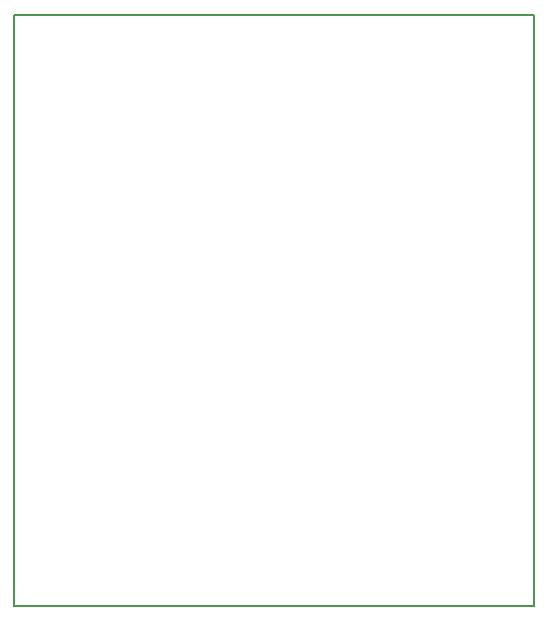
<source format=gbr>
G04 #@! TF.GenerationSoftware,KiCad,Pcbnew,(5.0.2)-1*
G04 #@! TF.CreationDate,2019-03-20T14:53:53-04:00*
G04 #@! TF.ProjectId,_saved__saved_tDCS,5f736176-6564-45f5-9f73-617665645f74,rev?*
G04 #@! TF.SameCoordinates,Original*
G04 #@! TF.FileFunction,Profile,NP*
%FSLAX46Y46*%
G04 Gerber Fmt 4.6, Leading zero omitted, Abs format (unit mm)*
G04 Created by KiCad (PCBNEW (5.0.2)-1) date 3/20/2019 2:53:53 PM*
%MOMM*%
%LPD*%
G01*
G04 APERTURE LIST*
%ADD10C,0.200000*%
G04 APERTURE END LIST*
D10*
X51000000Y-76000000D02*
X95000000Y-76000000D01*
X51000000Y-126000000D02*
X51000000Y-76000000D01*
X95000000Y-126000000D02*
X51000000Y-126000000D01*
X95000000Y-76000000D02*
X95000000Y-126000000D01*
M02*

</source>
